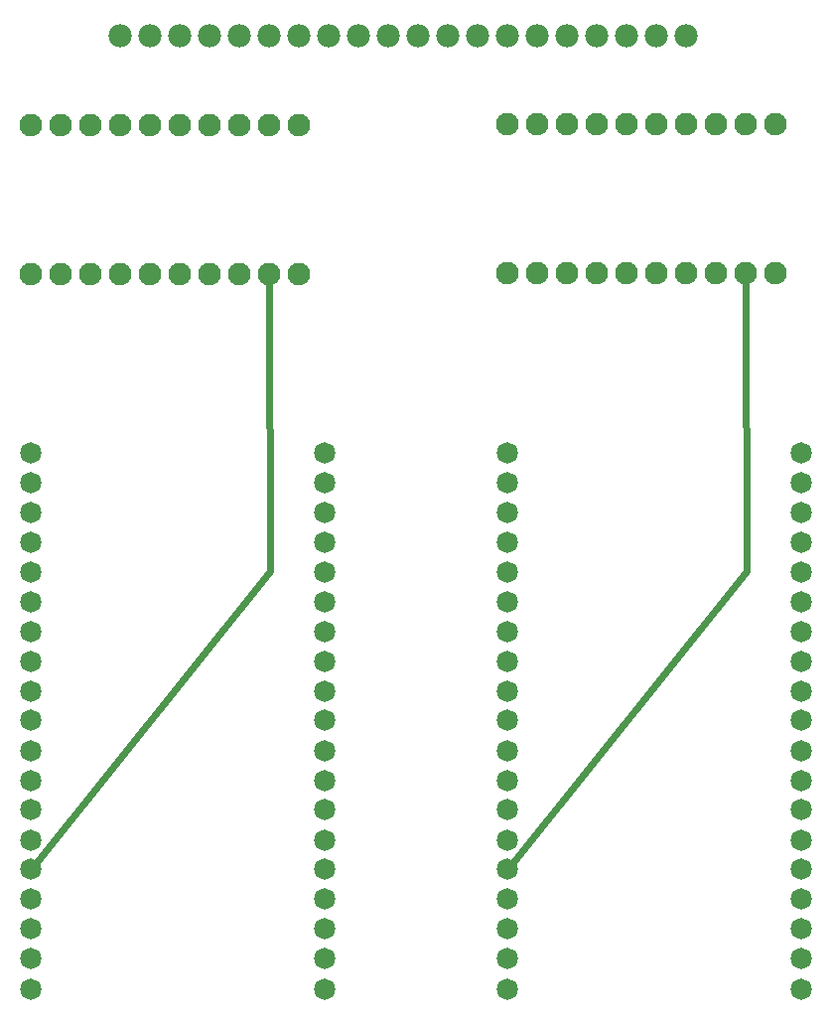
<source format=gbl>
G04 MADE WITH FRITZING*
G04 WWW.FRITZING.ORG*
G04 DOUBLE SIDED*
G04 HOLES PLATED*
G04 CONTOUR ON CENTER OF CONTOUR VECTOR*
%ASAXBY*%
%FSLAX23Y23*%
%MOIN*%
%OFA0B0*%
%SFA1.0B1.0*%
%ADD10C,0.071828*%
%ADD11C,0.076000*%
%ADD12C,0.078000*%
%ADD13C,0.024000*%
%LNCOPPER0*%
G90*
G70*
G54D10*
X608Y1971D03*
X608Y1871D03*
X608Y1771D03*
X608Y1671D03*
X608Y1571D03*
X608Y1471D03*
X608Y1371D03*
X608Y1271D03*
X608Y1171D03*
X608Y1072D03*
X608Y971D03*
X608Y871D03*
X608Y772D03*
X608Y671D03*
X608Y572D03*
X608Y472D03*
X608Y372D03*
X608Y272D03*
X608Y171D03*
X1594Y171D03*
X1594Y272D03*
X1594Y372D03*
X1594Y472D03*
X1594Y572D03*
X1594Y671D03*
X1594Y772D03*
X1594Y871D03*
X1594Y971D03*
X1594Y1072D03*
X1594Y1171D03*
X1594Y1271D03*
X1594Y1371D03*
X1594Y1471D03*
X1594Y1571D03*
X1594Y1671D03*
X1594Y1771D03*
X1594Y1871D03*
X1594Y1971D03*
X2208Y1971D03*
X2208Y1871D03*
X2208Y1771D03*
X2208Y1671D03*
X2208Y1571D03*
X2208Y1471D03*
X2208Y1371D03*
X2208Y1271D03*
X2208Y1171D03*
X2208Y1072D03*
X2208Y971D03*
X2208Y871D03*
X2208Y772D03*
X2208Y671D03*
X2208Y572D03*
X2208Y472D03*
X2208Y372D03*
X2208Y272D03*
X2208Y171D03*
X3194Y171D03*
X3194Y272D03*
X3194Y372D03*
X3194Y472D03*
X3194Y572D03*
X3194Y671D03*
X3194Y772D03*
X3194Y871D03*
X3194Y971D03*
X3194Y1072D03*
X3194Y1171D03*
X3194Y1271D03*
X3194Y1371D03*
X3194Y1471D03*
X3194Y1571D03*
X3194Y1671D03*
X3194Y1771D03*
X3194Y1871D03*
X3194Y1971D03*
G54D11*
X608Y3071D03*
X708Y3071D03*
X808Y3071D03*
X908Y3071D03*
X1008Y3071D03*
X1108Y3071D03*
X1208Y3071D03*
X1308Y3071D03*
X1408Y3071D03*
X1508Y3071D03*
X1508Y2571D03*
X1408Y2571D03*
X1308Y2571D03*
X1208Y2571D03*
X1108Y2571D03*
X1008Y2571D03*
X908Y2571D03*
X808Y2571D03*
X708Y2571D03*
X608Y2571D03*
X2207Y3072D03*
X2307Y3072D03*
X2407Y3072D03*
X2507Y3072D03*
X2607Y3072D03*
X2707Y3072D03*
X2807Y3072D03*
X2907Y3072D03*
X3007Y3072D03*
X3107Y3072D03*
X3107Y2572D03*
X3007Y2572D03*
X2907Y2572D03*
X2807Y2572D03*
X2707Y2572D03*
X2607Y2572D03*
X2507Y2572D03*
X2407Y2572D03*
X2307Y2572D03*
X2207Y2572D03*
G54D12*
X908Y3371D03*
X1008Y3371D03*
X1108Y3371D03*
X1208Y3371D03*
X1308Y3371D03*
X1408Y3371D03*
X1508Y3371D03*
X1608Y3371D03*
X1708Y3371D03*
X1808Y3371D03*
X908Y3371D03*
X1008Y3371D03*
X1108Y3371D03*
X1208Y3371D03*
X1308Y3371D03*
X1408Y3371D03*
X1508Y3371D03*
X1608Y3371D03*
X1708Y3371D03*
X1808Y3371D03*
X1908Y3371D03*
X2008Y3371D03*
X2108Y3371D03*
X2208Y3371D03*
X2308Y3371D03*
X2408Y3371D03*
X2508Y3371D03*
X2608Y3371D03*
X2708Y3371D03*
X2808Y3371D03*
X1908Y3371D03*
X2008Y3371D03*
X2108Y3371D03*
X2208Y3371D03*
X2308Y3371D03*
X2408Y3371D03*
X2508Y3371D03*
X2608Y3371D03*
X2708Y3371D03*
X2808Y3371D03*
G54D13*
X1409Y1573D02*
X627Y596D01*
D02*
X1408Y2541D02*
X1409Y1573D01*
D02*
X3010Y1573D02*
X2227Y596D01*
D02*
X3007Y2542D02*
X3010Y1573D01*
G04 End of Copper0*
M02*
</source>
